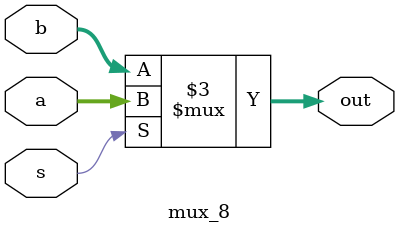
<source format=v>
module mux_8( input [7:0] a,
             			  b,
              input  s,
             output reg [7:0] out
			  );
  always @ (s) 
    begin  
      
      if (s) 
        out = a;
      else  
        out = b;
      
    end  
endmodule 

</source>
